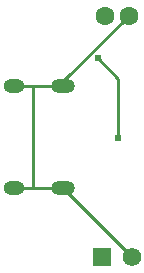
<source format=gbl>
G04 Layer: BottomLayer*
G04 EasyEDA v6.5.42, 2024-03-29 10:36:03*
G04 c5ab252c28e54aca980d21198c282c72,1c81c61d082a4d45aadf05aca8bab00c,10*
G04 Gerber Generator version 0.2*
G04 Scale: 100 percent, Rotated: No, Reflected: No *
G04 Dimensions in millimeters *
G04 leading zeros omitted , absolute positions ,4 integer and 5 decimal *
%FSLAX45Y45*%
%MOMM*%

%ADD10C,0.2540*%
%ADD11C,1.6000*%
%ADD12R,1.5748X1.5748*%
%ADD13C,1.5748*%
%ADD14O,1.7999964X1.1999976*%
%ADD15O,1.9999959999999999X1.1999976*%
%ADD16C,0.6100*%

%LPD*%
D10*
X1369923Y5778505D02*
G01*
X818286Y5226867D01*
X818286Y5182316D01*
X561390Y5182316D02*
G01*
X818286Y5182316D01*
X400304Y5182316D02*
G01*
X561390Y5182316D01*
X561390Y5182316D02*
G01*
X561390Y4317293D01*
X561390Y4317293D02*
G01*
X818286Y4317293D01*
X400304Y4317293D02*
G01*
X561390Y4317293D01*
X818286Y4317293D02*
G01*
X1397000Y3738580D01*
X1397000Y3733805D01*
X1279702Y4742362D02*
G01*
X1279702Y5245028D01*
X1107973Y5416758D01*
D11*
G01*
X1369923Y5778500D03*
G01*
X1169923Y5778500D03*
D12*
G01*
X1143000Y3733800D03*
D13*
G01*
X1397000Y3733800D03*
D14*
G01*
X400304Y4317288D03*
D15*
G01*
X818286Y4317288D03*
G01*
X818286Y5182311D03*
D14*
G01*
X400304Y5182311D03*
D16*
G01*
X1107973Y5416753D03*
G01*
X1279702Y4742357D03*
M02*

</source>
